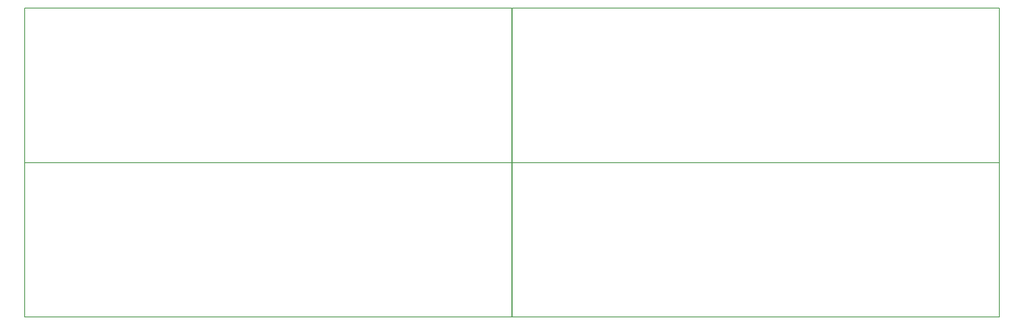
<source format=gm1>
G04*
G04 #@! TF.GenerationSoftware,Altium Limited,Altium Designer,23.3.1 (30)*
G04*
G04 Layer_Color=16777215*
%FSLAX25Y25*%
%MOIN*%
G70*
G04*
G04 #@! TF.SameCoordinates,1807A7FA-BBD2-43EF-8C31-EE1E2BFEB24F*
G04*
G04*
G04 #@! TF.FilePolarity,Positive*
G04*
G01*
G75*
%ADD51C,0.00500*%
D51*
X421654Y133858D02*
Y-0D01*
X842913Y133858D02*
Y-0D01*
Y133858D02*
X421654D01*
X842913Y-0D02*
X421654Y0D01*
Y267717D02*
Y133858D01*
X842913Y267717D02*
Y133858D01*
Y267717D02*
X421654D01*
X842913Y133858D02*
X421654Y133858D01*
X421260Y0D02*
Y133858D01*
X0Y0D02*
Y133858D01*
Y0D02*
X421260D01*
X0Y133858D02*
X421260Y133858D01*
Y133858D02*
Y267717D01*
X0Y133858D02*
Y267717D01*
Y133858D02*
X421260D01*
X0Y267717D02*
X421260Y267717D01*
M02*

</source>
